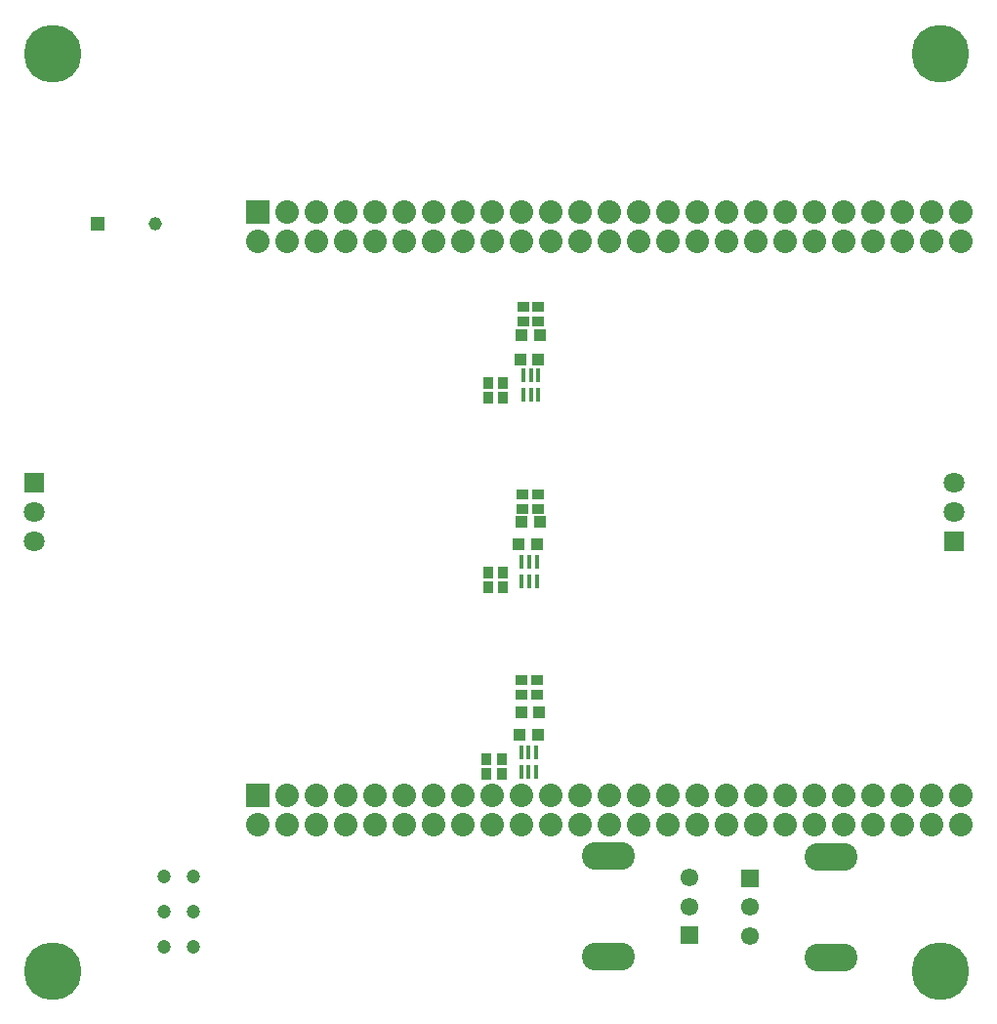
<source format=gbr>
G04*
G04 #@! TF.GenerationSoftware,Altium Limited,Altium Designer,23.6.0 (18)*
G04*
G04 Layer_Color=255*
%FSLAX25Y25*%
%MOIN*%
G70*
G04*
G04 #@! TF.SameCoordinates,4C77A988-F8BE-4A75-A6A8-83DB4AFB9164*
G04*
G04*
G04 #@! TF.FilePolarity,Positive*
G04*
G01*
G75*
%ADD57R,0.04528X0.04528*%
%ADD58C,0.04528*%
%ADD59C,0.06102*%
%ADD60R,0.06102X0.06102*%
G04:AMPARAMS|DCode=61|XSize=94.49mil|YSize=181.1mil|CornerRadius=47.24mil|HoleSize=0mil|Usage=FLASHONLY|Rotation=270.000|XOffset=0mil|YOffset=0mil|HoleType=Round|Shape=RoundedRectangle|*
%AMROUNDEDRECTD61*
21,1,0.09449,0.08661,0,0,270.0*
21,1,0.00000,0.18110,0,0,270.0*
1,1,0.09449,-0.04331,0.00000*
1,1,0.09449,-0.04331,0.00000*
1,1,0.09449,0.04331,0.00000*
1,1,0.09449,0.04331,0.00000*
%
%ADD61ROUNDEDRECTD61*%
%ADD63R,0.08000X0.08000*%
%ADD64C,0.08000*%
%ADD66R,0.03937X0.03937*%
%ADD69R,0.03937X0.03543*%
%ADD70R,0.03543X0.03937*%
%ADD90C,0.07087*%
%ADD91R,0.07087X0.07087*%
%ADD92C,0.04724*%
%ADD93C,0.19685*%
G04:AMPARAMS|DCode=96|XSize=47.65mil|YSize=14.65mil|CornerRadius=7.33mil|HoleSize=0mil|Usage=FLASHONLY|Rotation=270.000|XOffset=0mil|YOffset=0mil|HoleType=Round|Shape=RoundedRectangle|*
%AMROUNDEDRECTD96*
21,1,0.04765,0.00000,0,0,270.0*
21,1,0.03300,0.01465,0,0,270.0*
1,1,0.01465,0.00000,-0.01650*
1,1,0.01465,0.00000,0.01650*
1,1,0.01465,0.00000,0.01650*
1,1,0.01465,0.00000,-0.01650*
%
%ADD96ROUNDEDRECTD96*%
%ADD97R,0.01465X0.04765*%
D57*
X15157Y255000D02*
D03*
D58*
X34843D02*
D03*
D59*
X237941Y11835D02*
D03*
Y21677D02*
D03*
X217059Y31842D02*
D03*
Y22000D02*
D03*
D60*
X237941Y31520D02*
D03*
X217059Y12157D02*
D03*
D61*
X265500Y4354D02*
D03*
Y39000D02*
D03*
X189500Y39323D02*
D03*
Y4677D02*
D03*
D63*
X70000Y60000D02*
D03*
Y258968D02*
D03*
D64*
X70000Y50000D02*
D03*
X80000Y60000D02*
D03*
X80000Y50000D02*
D03*
X90000Y60000D02*
D03*
Y50000D02*
D03*
X100000Y60000D02*
D03*
Y50000D02*
D03*
X110000Y60000D02*
D03*
X110000Y50000D02*
D03*
X120000Y60000D02*
D03*
Y50000D02*
D03*
X130000Y60000D02*
D03*
X130000Y50000D02*
D03*
X140000Y60000D02*
D03*
X140000Y50000D02*
D03*
X150000Y60000D02*
D03*
Y50000D02*
D03*
X160000Y60000D02*
D03*
X160000Y50000D02*
D03*
X170000Y60000D02*
D03*
X170000Y50000D02*
D03*
X180000Y60000D02*
D03*
Y50000D02*
D03*
X190000Y60000D02*
D03*
Y50000D02*
D03*
X200000Y60000D02*
D03*
Y50000D02*
D03*
X210000Y60000D02*
D03*
X210000Y50000D02*
D03*
X220000Y60000D02*
D03*
X220000Y50000D02*
D03*
X230000Y60000D02*
D03*
Y50000D02*
D03*
X240000Y60000D02*
D03*
Y50000D02*
D03*
X250000Y60000D02*
D03*
X250000Y50000D02*
D03*
X260000Y60000D02*
D03*
X260000Y50000D02*
D03*
X270000Y60000D02*
D03*
Y50000D02*
D03*
X280000Y60000D02*
D03*
X280000Y50000D02*
D03*
X290000Y60000D02*
D03*
Y50000D02*
D03*
X300000Y60000D02*
D03*
X300000Y50000D02*
D03*
X310000Y60000D02*
D03*
X310000Y50000D02*
D03*
X210000Y258968D02*
D03*
X190000Y248969D02*
D03*
X200000D02*
D03*
X240000Y258968D02*
D03*
X230000Y248969D02*
D03*
X210000D02*
D03*
X180000Y258968D02*
D03*
X240000Y248969D02*
D03*
X220000D02*
D03*
X250000D02*
D03*
X270000D02*
D03*
X280000Y258968D02*
D03*
X280000Y248969D02*
D03*
X290000Y258968D02*
D03*
X290000Y248969D02*
D03*
X300000Y258968D02*
D03*
Y248969D02*
D03*
X310000D02*
D03*
X260000Y258968D02*
D03*
X250000Y258968D02*
D03*
X260000Y248969D02*
D03*
X270000Y258968D02*
D03*
X310000D02*
D03*
X170000D02*
D03*
X230000D02*
D03*
X220000D02*
D03*
X200000Y258968D02*
D03*
X190000D02*
D03*
X180000Y248969D02*
D03*
X170000D02*
D03*
X150000Y258968D02*
D03*
X160000Y248969D02*
D03*
X140000D02*
D03*
X160000Y258968D02*
D03*
X150000Y248969D02*
D03*
X140000Y258968D02*
D03*
X130000Y258968D02*
D03*
X80000D02*
D03*
X90000D02*
D03*
X90000Y248969D02*
D03*
X100000Y258968D02*
D03*
X110000D02*
D03*
Y248969D02*
D03*
X120000D02*
D03*
X100000D02*
D03*
X130000D02*
D03*
X80000D02*
D03*
X70000D02*
D03*
X120000Y258968D02*
D03*
D66*
X165674Y208587D02*
D03*
X159375D02*
D03*
X159850Y217000D02*
D03*
X166150D02*
D03*
X159202Y80633D02*
D03*
X165501D02*
D03*
X166001Y88133D02*
D03*
X159702D02*
D03*
X158850Y145500D02*
D03*
X165150D02*
D03*
X166174Y153087D02*
D03*
X159875D02*
D03*
D69*
X160500Y221488D02*
D03*
X160500Y226606D02*
D03*
X165500Y221488D02*
D03*
X165500Y226606D02*
D03*
X159852Y99192D02*
D03*
Y94074D02*
D03*
X165352Y99192D02*
D03*
Y94074D02*
D03*
X165556Y162646D02*
D03*
Y157528D02*
D03*
X160056Y162646D02*
D03*
Y157528D02*
D03*
D70*
X148441Y200500D02*
D03*
X153559Y200500D02*
D03*
X148441Y195500D02*
D03*
X153559Y195500D02*
D03*
X147941Y72031D02*
D03*
X153059D02*
D03*
X147941Y67032D02*
D03*
X153059D02*
D03*
X148441Y136000D02*
D03*
X153559D02*
D03*
X148441Y131000D02*
D03*
X153559D02*
D03*
D90*
X307500Y166500D02*
D03*
Y156500D02*
D03*
X-6500Y146500D02*
D03*
Y156500D02*
D03*
D91*
X307500Y146500D02*
D03*
X-6500Y166500D02*
D03*
D92*
X38000Y8102D02*
D03*
X48000D02*
D03*
X38000Y32102D02*
D03*
X48000D02*
D03*
X38000Y20102D02*
D03*
X48000Y20102D02*
D03*
D93*
X303000Y0D02*
D03*
X0D02*
D03*
X303000Y313000D02*
D03*
X0D02*
D03*
D96*
X160466Y196587D02*
D03*
X163025Y196587D02*
D03*
X165584D02*
D03*
Y203287D02*
D03*
X163025Y203287D02*
D03*
X162352Y74483D02*
D03*
X164911D02*
D03*
X164911Y67783D02*
D03*
X162352Y67783D02*
D03*
X159793Y67783D02*
D03*
X162525Y139437D02*
D03*
X165084D02*
D03*
Y132737D02*
D03*
X162525D02*
D03*
X159966D02*
D03*
D97*
X160466Y203287D02*
D03*
X159793Y74483D02*
D03*
X159966Y139437D02*
D03*
M02*

</source>
